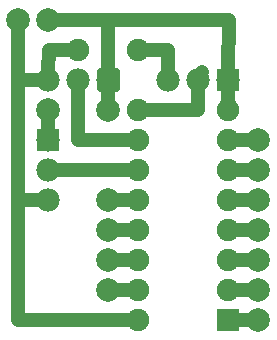
<source format=gbl>
G04 MADE WITH FRITZING*
G04 WWW.FRITZING.ORG*
G04 SINGLE SIDED*
G04 HOLES NOT PLATED*
G04 CONTOUR ON CENTER OF CONTOUR VECTOR*
%ASAXBY*%
%FSLAX23Y23*%
%MOIN*%
%OFA0B0*%
%SFA1.0B1.0*%
%ADD10C,0.075000*%
%ADD11C,0.078000*%
%ADD12C,0.078740*%
%ADD13R,0.075000X0.075000*%
%ADD14R,0.078000X0.078000*%
%ADD15C,0.048000*%
%ADD16C,0.024000*%
%ADD17C,0.020000*%
%LNCOPPER0*%
G90*
G70*
G54D10*
X843Y137D03*
X543Y137D03*
X843Y237D03*
X543Y237D03*
X843Y337D03*
X543Y337D03*
X843Y437D03*
X543Y437D03*
X843Y537D03*
X543Y537D03*
X843Y637D03*
X543Y637D03*
X843Y737D03*
X543Y737D03*
X843Y837D03*
X543Y837D03*
G54D11*
X843Y937D03*
X743Y937D03*
X643Y937D03*
X243Y737D03*
X243Y637D03*
X243Y537D03*
X443Y937D03*
X343Y937D03*
X243Y937D03*
G54D12*
X943Y237D03*
X443Y237D03*
X443Y337D03*
X943Y437D03*
X943Y137D03*
X943Y337D03*
X443Y537D03*
X243Y1137D03*
X943Y637D03*
X143Y1137D03*
X943Y537D03*
X443Y837D03*
X243Y837D03*
X443Y437D03*
X943Y737D03*
G54D10*
X243Y837D03*
X443Y837D03*
X343Y1037D03*
X543Y1037D03*
G54D13*
X843Y137D03*
G54D14*
X843Y937D03*
X243Y737D03*
G54D15*
X912Y337D02*
X871Y337D01*
D02*
X912Y237D02*
X871Y237D01*
G54D16*
D02*
X943Y437D02*
X843Y437D01*
G54D15*
D02*
X843Y907D02*
X843Y866D01*
D02*
X514Y637D02*
X273Y637D01*
D02*
X243Y767D02*
X243Y806D01*
D02*
X514Y237D02*
X473Y237D01*
D02*
X514Y137D02*
X143Y137D01*
D02*
X143Y137D02*
X143Y536D01*
D02*
X143Y536D02*
X213Y537D01*
G54D16*
D02*
X943Y737D02*
X843Y737D01*
G54D15*
D02*
X643Y1036D02*
X643Y967D01*
D02*
X571Y1037D02*
X643Y1036D01*
D02*
X514Y337D02*
X473Y337D01*
G54D16*
D02*
X443Y907D02*
X443Y868D01*
G54D15*
D02*
X912Y537D02*
X871Y537D01*
D02*
X943Y137D02*
X843Y137D01*
D02*
X213Y937D02*
X143Y938D01*
D02*
X143Y938D02*
X143Y1106D01*
D02*
X243Y967D02*
X244Y1036D01*
D02*
X244Y1036D02*
X314Y1037D01*
D02*
X743Y838D02*
X743Y938D01*
D02*
X571Y837D02*
X743Y838D01*
D02*
X743Y938D02*
X755Y964D01*
D02*
X543Y237D02*
X443Y237D01*
G54D16*
D02*
X943Y337D02*
X843Y337D01*
D02*
X543Y337D02*
X443Y337D01*
D02*
X843Y837D02*
X844Y838D01*
D02*
X844Y838D02*
X843Y907D01*
G54D15*
D02*
X844Y1136D02*
X273Y1137D01*
D02*
X843Y967D02*
X844Y1136D01*
G54D16*
D02*
X943Y237D02*
X843Y237D01*
G54D15*
D02*
X912Y637D02*
X871Y637D01*
D02*
X514Y437D02*
X473Y437D01*
G54D16*
D02*
X943Y537D02*
X843Y537D01*
G54D15*
D02*
X912Y137D02*
X871Y137D01*
D02*
X514Y537D02*
X473Y537D01*
D02*
X442Y1136D02*
X443Y866D01*
D02*
X273Y1137D02*
X442Y1136D01*
G54D16*
D02*
X543Y537D02*
X443Y537D01*
G54D15*
D02*
X912Y437D02*
X871Y437D01*
G54D16*
D02*
X543Y437D02*
X443Y437D01*
D02*
X442Y967D02*
X442Y1036D01*
D02*
X442Y1036D02*
X442Y1136D01*
D02*
X442Y1136D02*
X273Y1137D01*
G54D15*
D02*
X143Y536D02*
X143Y1106D01*
D02*
X213Y537D02*
X143Y536D01*
G54D16*
D02*
X943Y637D02*
X843Y637D01*
G54D15*
D02*
X442Y737D02*
X341Y737D01*
D02*
X341Y737D02*
X342Y907D01*
D02*
X514Y737D02*
X442Y737D01*
D02*
X912Y737D02*
X871Y737D01*
G54D16*
D02*
X543Y637D02*
X544Y639D01*
D02*
X544Y639D02*
X443Y639D01*
D02*
X443Y639D02*
X273Y637D01*
G54D17*
X472Y908D02*
X414Y908D01*
X414Y966D01*
X472Y966D01*
X472Y908D01*
D02*
G04 End of Copper0*
M02*
</source>
